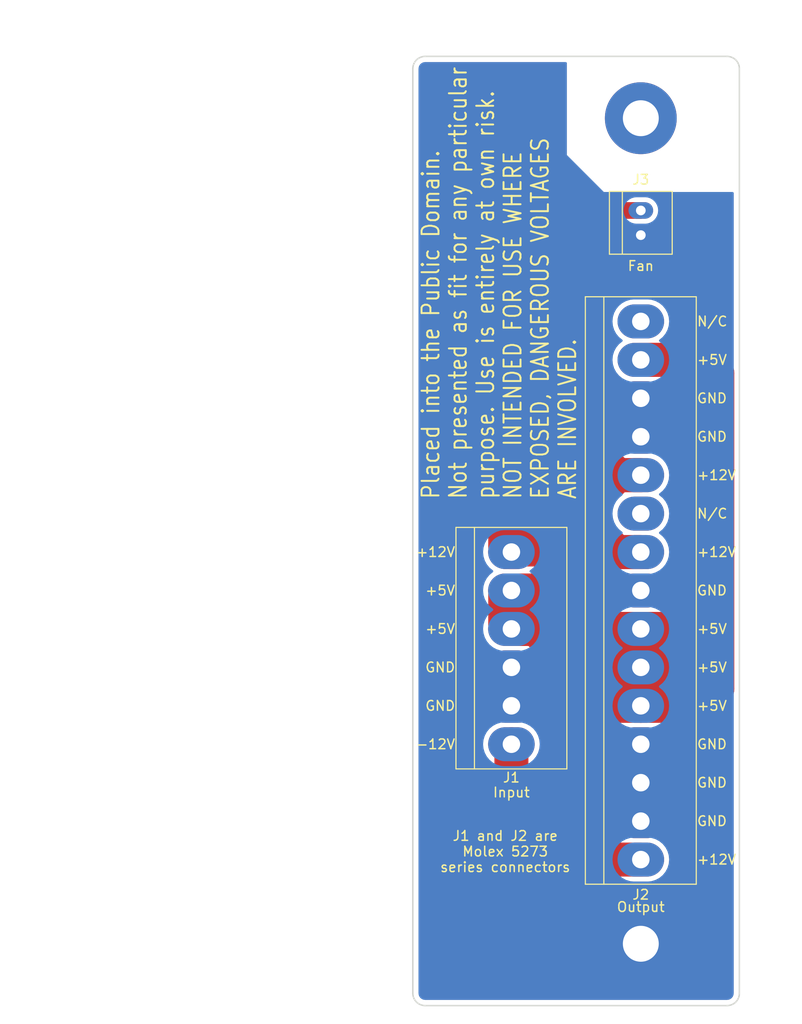
<source format=kicad_pcb>
(kicad_pcb (version 20171130) (host pcbnew "(5.1.9)-1")

  (general
    (thickness 1.6)
    (drawings 33)
    (tracks 91)
    (zones 0)
    (modules 5)
    (nets 8)
  )

  (page A4)
  (layers
    (0 F.Cu signal)
    (31 B.Cu signal)
    (32 B.Adhes user)
    (33 F.Adhes user)
    (34 B.Paste user)
    (35 F.Paste user)
    (36 B.SilkS user)
    (37 F.SilkS user)
    (38 B.Mask user)
    (39 F.Mask user)
    (40 Dwgs.User user)
    (41 Cmts.User user)
    (42 Eco1.User user)
    (43 Eco2.User user)
    (44 Edge.Cuts user)
    (45 Margin user)
    (46 B.CrtYd user)
    (47 F.CrtYd user)
    (48 B.Fab user)
    (49 F.Fab user)
  )

  (setup
    (last_trace_width 3.5)
    (user_trace_width 1.7)
    (user_trace_width 3.5)
    (trace_clearance 0.45)
    (zone_clearance 0.625)
    (zone_45_only no)
    (trace_min 0.35)
    (via_size 1.7)
    (via_drill 1.2)
    (via_min_size 0.6)
    (via_min_drill 0.4)
    (uvia_size 0.3)
    (uvia_drill 0.1)
    (uvias_allowed no)
    (uvia_min_size 0.2)
    (uvia_min_drill 0.1)
    (edge_width 0.15)
    (segment_width 0.15)
    (pcb_text_width 0.3)
    (pcb_text_size 1.5 1.5)
    (mod_edge_width 0.15)
    (mod_text_size 1 1)
    (mod_text_width 0.15)
    (pad_size 4.8 3.5)
    (pad_drill 1.8)
    (pad_to_mask_clearance 0)
    (aux_axis_origin 0 0)
    (grid_origin 169.545 100.965)
    (visible_elements 7FFFFFFF)
    (pcbplotparams
      (layerselection 0x010f0_ffffffff)
      (usegerberextensions true)
      (usegerberattributes true)
      (usegerberadvancedattributes true)
      (creategerberjobfile false)
      (excludeedgelayer true)
      (linewidth 0.100000)
      (plotframeref false)
      (viasonmask false)
      (mode 1)
      (useauxorigin false)
      (hpglpennumber 1)
      (hpglpenspeed 20)
      (hpglpendiameter 15.000000)
      (psnegative false)
      (psa4output false)
      (plotreference true)
      (plotvalue true)
      (plotinvisibletext false)
      (padsonsilk false)
      (subtractmaskfromsilk false)
      (outputformat 1)
      (mirror false)
      (drillshape 0)
      (scaleselection 1)
      (outputdirectory "Gerbers/"))
  )

  (net 0 "")
  (net 1 -12V)
  (net 2 GND)
  (net 3 +5V)
  (net 4 +12V)
  (net 5 "Net-(J2-Pad6)")
  (net 6 "Net-(J2-Pad1)")
  (net 7 "Net-(H1-Pad1)")

  (net_class Default "This is the default net class."
    (clearance 0.45)
    (trace_width 1.7)
    (via_dia 1.7)
    (via_drill 1.2)
    (uvia_dia 0.3)
    (uvia_drill 0.1)
    (diff_pair_width 0.35)
    (diff_pair_gap 0.25)
    (add_net +12V)
    (add_net +5V)
    (add_net -12V)
    (add_net GND)
    (add_net "Net-(H1-Pad1)")
    (add_net "Net-(J2-Pad1)")
    (add_net "Net-(J2-Pad6)")
  )

  (module 00_Custom:FanConnector2Pin (layer F.Cu) (tedit 60973393) (tstamp 60957B2B)
    (at 173.355 64.135)
    (descr "Through hole straight pin header, 1x02, 2.54mm pitch, single row")
    (tags "Through hole pin header THT 1x02 2.54mm single row")
    (path /60962380)
    (fp_text reference J3 (at 0 -3.175) (layer F.SilkS)
      (effects (font (size 1 1) (thickness 0.15)))
    )
    (fp_text value Fan (at 0 4.87) (layer F.Fab)
      (effects (font (size 1 1) (thickness 0.15)))
    )
    (fp_line (start -1.905 -1.905) (end -1.905 4.445) (layer F.SilkS) (width 0.12))
    (fp_line (start -3.235 4.505) (end 3.235 4.505) (layer F.SilkS) (width 0.12))
    (fp_line (start -3.235 4.505) (end -3.235 -1.965) (layer F.SilkS) (width 0.12))
    (fp_line (start 3.705 -2.435) (end -3.705 -2.435) (layer F.CrtYd) (width 0.05))
    (fp_line (start 3.705 4.985) (end 3.705 -2.435) (layer F.CrtYd) (width 0.05))
    (fp_line (start -3.705 4.985) (end 3.705 4.985) (layer F.CrtYd) (width 0.05))
    (fp_line (start -3.705 -2.435) (end -3.705 4.985) (layer F.CrtYd) (width 0.05))
    (fp_line (start -3.235 -1.965) (end 3.235 -1.965) (layer F.SilkS) (width 0.12))
    (fp_line (start 3.235 -1.965) (end 3.235 4.505) (layer F.SilkS) (width 0.12))
    (fp_line (start -1.27 -0.635) (end -0.635 -1.27) (layer F.Fab) (width 0.1))
    (fp_line (start -1.27 3.81) (end -1.27 -0.635) (layer F.Fab) (width 0.1))
    (fp_line (start 1.27 3.81) (end -1.27 3.81) (layer F.Fab) (width 0.1))
    (fp_line (start 1.27 -1.27) (end 1.27 3.81) (layer F.Fab) (width 0.1))
    (fp_line (start -0.635 -1.27) (end 1.27 -1.27) (layer F.Fab) (width 0.1))
    (fp_text user %R (at 0 1.27 90) (layer F.Fab)
      (effects (font (size 1 1) (thickness 0.15)))
    )
    (fp_text user %V (at 0 5.715) (layer F.SilkS)
      (effects (font (size 1 1) (thickness 0.15)))
    )
    (pad 1 thru_hole oval (at 0 0) (size 2.54 1.7) (drill 1) (layers *.Cu *.Mask)
      (net 4 +12V))
    (pad 2 thru_hole oval (at 0 2.54) (size 2.54 1.7) (drill 1) (layers *.Cu *.Mask)
      (net 2 GND))
  )

  (module 00_Custom:Molex5273Header_15 (layer F.Cu) (tedit 6095437B) (tstamp 60957B17)
    (at 173.355 75.565)
    (descr "Through hole straight pin header, 1x15, 2.54mm pitch, single row")
    (tags "Through hole pin header THT 1x15 2.54mm single row")
    (path /6096062D)
    (fp_text reference J2 (at 0 59.055) (layer F.SilkS)
      (effects (font (size 1 1) (thickness 0.15)))
    )
    (fp_text value Output (at 0 60.325) (layer F.Fab)
      (effects (font (size 1 1) (thickness 0.15)))
    )
    (fp_line (start -3.81 -2.54) (end -3.81 57.98) (layer F.SilkS) (width 0.12))
    (fp_line (start -5.715 57.98) (end -5.715 -2.54) (layer F.SilkS) (width 0.12))
    (fp_line (start 5.715 57.98) (end -5.715 57.98) (layer F.SilkS) (width 0.12))
    (fp_line (start 5.715 -2.54) (end 5.715 57.98) (layer F.SilkS) (width 0.12))
    (fp_line (start -5.715 -2.54) (end 5.715 -2.54) (layer F.SilkS) (width 0.12))
    (fp_line (start 6.35 -3.175) (end -6.35 -3.175) (layer F.CrtYd) (width 0.05))
    (fp_line (start 6.35 58.615) (end 6.35 -3.175) (layer F.CrtYd) (width 0.05))
    (fp_line (start -6.35 58.615) (end 6.35 58.615) (layer F.CrtYd) (width 0.05))
    (fp_line (start -6.35 -3.175) (end -6.35 58.615) (layer F.CrtYd) (width 0.05))
    (fp_line (start -1.27 -0.635) (end -0.635 -1.27) (layer F.Fab) (width 0.1))
    (fp_line (start -1.27 36.83) (end -1.27 -0.635) (layer F.Fab) (width 0.1))
    (fp_line (start 1.27 36.83) (end -1.27 36.83) (layer F.Fab) (width 0.1))
    (fp_line (start 1.27 -1.27) (end 1.27 36.83) (layer F.Fab) (width 0.1))
    (fp_line (start -0.635 -1.27) (end 1.27 -1.27) (layer F.Fab) (width 0.1))
    (fp_text user %R (at 0 17.78 90) (layer F.Fab)
      (effects (font (size 1 1) (thickness 0.15)))
    )
    (fp_text user %V (at 0 60.325) (layer F.SilkS)
      (effects (font (size 1 1) (thickness 0.15)))
    )
    (pad 15 thru_hole oval (at 0 55.44) (size 4.8 3.5) (drill 1.8) (layers *.Cu *.Mask)
      (net 1 -12V))
    (pad 14 thru_hole oval (at 0 51.48) (size 4.8 3.5) (drill 1.8) (layers *.Cu *.Mask)
      (net 2 GND))
    (pad 13 thru_hole oval (at 0 47.52) (size 4.8 3.5) (drill 1.8) (layers *.Cu *.Mask)
      (net 2 GND))
    (pad 12 thru_hole oval (at 0 43.56) (size 4.8 3.5) (drill 1.8) (layers *.Cu *.Mask)
      (net 2 GND))
    (pad 11 thru_hole oval (at 0 39.6) (size 4.8 3.5) (drill 1.8) (layers *.Cu *.Mask)
      (net 3 +5V))
    (pad 10 thru_hole oval (at 0 35.64) (size 4.8 3.5) (drill 1.8) (layers *.Cu *.Mask)
      (net 3 +5V))
    (pad 9 thru_hole oval (at 0 31.68) (size 4.8 3.5) (drill 1.8) (layers *.Cu *.Mask)
      (net 3 +5V))
    (pad 8 thru_hole oval (at 0 27.72) (size 4.8 3.5) (drill 1.8) (layers *.Cu *.Mask)
      (net 2 GND))
    (pad 7 thru_hole oval (at 0 23.76) (size 4.8 3.5) (drill 1.8) (layers *.Cu *.Mask)
      (net 4 +12V))
    (pad 6 thru_hole oval (at 0 19.8) (size 4.8 3.5) (drill 1.8) (layers *.Cu *.Mask)
      (net 5 "Net-(J2-Pad6)"))
    (pad 5 thru_hole oval (at 0 15.84) (size 4.8 3.5) (drill 1.8) (layers *.Cu *.Mask)
      (net 4 +12V))
    (pad 4 thru_hole oval (at 0 11.88) (size 4.8 3.5) (drill 1.8) (layers *.Cu *.Mask)
      (net 2 GND))
    (pad 3 thru_hole oval (at 0 7.92) (size 4.8 3.5) (drill 1.8) (layers *.Cu *.Mask)
      (net 2 GND))
    (pad 2 thru_hole oval (at 0 3.96) (size 4.8 3.5) (drill 1.8) (layers *.Cu *.Mask)
      (net 3 +5V))
    (pad 1 thru_hole oval (at 0 0) (size 4.8 3.5) (drill 1.8) (layers *.Cu *.Mask)
      (net 6 "Net-(J2-Pad1)"))
  )

  (module 00_Custom:Molex5273Header_6 (layer F.Cu) (tedit 60954366) (tstamp 60957AF4)
    (at 160.02 99.325)
    (descr "Through hole straight pin header, 1x15, 2.54mm pitch, single row")
    (tags "Through hole pin header THT 1x15 2.54mm single row")
    (path /60962E74)
    (fp_text reference J1 (at 0 23.23) (layer F.SilkS)
      (effects (font (size 1 1) (thickness 0.15)))
    )
    (fp_text value Input (at 0 24.13) (layer F.Fab)
      (effects (font (size 1 1) (thickness 0.15)))
    )
    (fp_line (start -3.81 -2.54) (end -3.81 22.34) (layer F.SilkS) (width 0.12))
    (fp_line (start -5.715 22.34) (end -5.715 -2.54) (layer F.SilkS) (width 0.12))
    (fp_line (start 5.715 22.34) (end -5.715 22.34) (layer F.SilkS) (width 0.12))
    (fp_line (start 5.715 -2.54) (end 5.715 22.34) (layer F.SilkS) (width 0.12))
    (fp_line (start -5.715 -2.54) (end 5.715 -2.54) (layer F.SilkS) (width 0.12))
    (fp_line (start 6.35 -3.175) (end -6.35 -3.175) (layer F.CrtYd) (width 0.05))
    (fp_line (start 6.35 22.975) (end 6.35 -3.175) (layer F.CrtYd) (width 0.05))
    (fp_line (start -6.35 22.975) (end 6.35 22.975) (layer F.CrtYd) (width 0.05))
    (fp_line (start -6.35 -3.175) (end -6.35 22.975) (layer F.CrtYd) (width 0.05))
    (fp_line (start -1.27 -0.635) (end -0.635 -1.27) (layer F.Fab) (width 0.1))
    (fp_line (start -0.635 -1.27) (end 1.27 -1.27) (layer F.Fab) (width 0.1))
    (fp_text user %R (at 0 17.78 90) (layer F.Fab)
      (effects (font (size 1 1) (thickness 0.15)))
    )
    (fp_text user %V (at 0 24.765) (layer F.SilkS)
      (effects (font (size 1 1) (thickness 0.15)))
    )
    (pad 6 thru_hole oval (at 0 19.8) (size 4.8 3.5) (drill 1.8) (layers *.Cu *.Mask)
      (net 1 -12V))
    (pad 5 thru_hole oval (at 0 15.84) (size 4.8 3.5) (drill 1.8) (layers *.Cu *.Mask)
      (net 2 GND))
    (pad 4 thru_hole oval (at 0 11.88) (size 4.8 3.5) (drill 1.8) (layers *.Cu *.Mask)
      (net 2 GND))
    (pad 3 thru_hole oval (at 0 7.92) (size 4.8 3.5) (drill 1.8) (layers *.Cu *.Mask)
      (net 3 +5V))
    (pad 2 thru_hole oval (at 0 3.96) (size 4.8 3.5) (drill 1.8) (layers *.Cu *.Mask)
      (net 3 +5V))
    (pad 1 thru_hole oval (at 0 0) (size 4.8 3.5) (drill 1.8) (layers *.Cu *.Mask)
      (net 4 +12V))
  )

  (module MountingHole:MountingHole_3.7mm_Pad (layer F.Cu) (tedit 56D1B4CB) (tstamp 60957CB2)
    (at 173.355 139.68)
    (descr "Mounting Hole 3.7mm")
    (tags "mounting hole 3.7mm")
    (path /60978589)
    (attr virtual)
    (fp_text reference H2 (at 0 -4.7) (layer F.SilkS) hide
      (effects (font (size 1 1) (thickness 0.15)))
    )
    (fp_text value MountingHole_Pad (at 0 4.7) (layer F.Fab)
      (effects (font (size 1 1) (thickness 0.15)))
    )
    (fp_circle (center 0 0) (end 3.95 0) (layer F.CrtYd) (width 0.05))
    (fp_circle (center 0 0) (end 3.7 0) (layer Cmts.User) (width 0.15))
    (fp_text user %R (at 0.3 0) (layer F.Fab)
      (effects (font (size 1 1) (thickness 0.15)))
    )
    (pad 1 thru_hole circle (at 0 0) (size 7.4 7.4) (drill 3.7) (layers *.Cu *.Mask)
      (net 2 GND))
  )

  (module MountingHole:MountingHole_3.7mm_Pad (layer F.Cu) (tedit 56D1B4CB) (tstamp 60957CAA)
    (at 173.355 54.63)
    (descr "Mounting Hole 3.7mm")
    (tags "mounting hole 3.7mm")
    (path /60977B1F)
    (attr virtual)
    (fp_text reference H1 (at 0 -4.7) (layer F.SilkS) hide
      (effects (font (size 1 1) (thickness 0.15)))
    )
    (fp_text value MountingHole_Pad (at 0 4.7) (layer F.Fab)
      (effects (font (size 1 1) (thickness 0.15)))
    )
    (fp_circle (center 0 0) (end 3.95 0) (layer F.CrtYd) (width 0.05))
    (fp_circle (center 0 0) (end 3.7 0) (layer Cmts.User) (width 0.15))
    (fp_text user %R (at 0.3 0) (layer F.Fab)
      (effects (font (size 1 1) (thickness 0.15)))
    )
    (pad 1 thru_hole circle (at 0 0) (size 7.4 7.4) (drill 3.7) (layers *.Cu *.Mask)
      (net 7 "Net-(H1-Pad1)"))
  )

  (dimension 97.79 (width 0.15) (layer Cmts.User)
    (gr_text "97.790 mm" (at 188.625 97.155 270) (layer Cmts.User)
      (effects (font (size 1 1) (thickness 0.15)))
    )
    (feature1 (pts (xy 183.515 146.05) (xy 187.911421 146.05)))
    (feature2 (pts (xy 183.515 48.26) (xy 187.911421 48.26)))
    (crossbar (pts (xy 187.325 48.26) (xy 187.325 146.05)))
    (arrow1a (pts (xy 187.325 146.05) (xy 186.738579 144.923496)))
    (arrow1b (pts (xy 187.325 146.05) (xy 187.911421 144.923496)))
    (arrow2a (pts (xy 187.325 48.26) (xy 186.738579 49.386504)))
    (arrow2b (pts (xy 187.325 48.26) (xy 187.911421 49.386504)))
  )
  (dimension 33.655 (width 0.15) (layer Cmts.User)
    (gr_text "33.655 mm" (at 166.6875 43.15) (layer Cmts.User)
      (effects (font (size 1 1) (thickness 0.15)))
    )
    (feature1 (pts (xy 183.515 48.26) (xy 183.515 43.863579)))
    (feature2 (pts (xy 149.86 48.26) (xy 149.86 43.863579)))
    (crossbar (pts (xy 149.86 44.45) (xy 183.515 44.45)))
    (arrow1a (pts (xy 183.515 44.45) (xy 182.388496 45.036421)))
    (arrow1b (pts (xy 183.515 44.45) (xy 182.388496 43.863579)))
    (arrow2a (pts (xy 149.86 44.45) (xy 150.986504 45.036421)))
    (arrow2b (pts (xy 149.86 44.45) (xy 150.986504 43.863579)))
  )
  (gr_text "J1 and J2 are\nMolex 5273\nseries connectors" (at 159.385 130.175) (layer F.SilkS)
    (effects (font (size 1 1) (thickness 0.15)))
  )
  (gr_text "Placed into the Public Domain. \nNot presented as fit for any particular\npurpose. Use is entirely at own risk. \nNOT INTENDED FOR USE WHERE\nEXPOSED, DANGEROUS VOLTAGES\nARE INVOLVED." (at 158.75 93.98 90) (layer F.SilkS)
    (effects (font (size 1.75 1.5) (thickness 0.2)) (justify left))
  )
  (gr_text N/C (at 179.07 75.565) (layer F.SilkS) (tstamp 6095AA21)
    (effects (font (size 1 1) (thickness 0.15)) (justify left))
  )
  (gr_text N/C (at 179.07 95.365) (layer F.SilkS) (tstamp 6095AA1E)
    (effects (font (size 1 1) (thickness 0.15)) (justify left))
  )
  (gr_text +12V (at 179.07 91.405) (layer F.SilkS) (tstamp 6095AA1C)
    (effects (font (size 1 1) (thickness 0.15)) (justify left))
  )
  (gr_text +12V (at 179.07 99.325) (layer F.SilkS) (tstamp 6095AA19)
    (effects (font (size 1 1) (thickness 0.15)) (justify left))
  )
  (gr_text +5V (at 179.07 79.525) (layer F.SilkS) (tstamp 6095AA17)
    (effects (font (size 1 1) (thickness 0.15)) (justify left))
  )
  (gr_text +5V (at 179.07 107.245) (layer F.SilkS) (tstamp 6095AA15)
    (effects (font (size 1 1) (thickness 0.15)) (justify left))
  )
  (gr_text +5V (at 179.07 111.205) (layer F.SilkS) (tstamp 6095AA13)
    (effects (font (size 1 1) (thickness 0.15)) (justify left))
  )
  (gr_text +5V (at 179.07 115.165) (layer F.SilkS) (tstamp 6095AA10)
    (effects (font (size 1 1) (thickness 0.15)) (justify left))
  )
  (gr_text GND (at 179.07 83.485) (layer F.SilkS) (tstamp 6095AA0E)
    (effects (font (size 1 1) (thickness 0.15)) (justify left))
  )
  (gr_text GND (at 179.07 87.445) (layer F.SilkS) (tstamp 6095AA0C)
    (effects (font (size 1 1) (thickness 0.15)) (justify left))
  )
  (gr_text GND (at 179.07 103.285) (layer F.SilkS) (tstamp 6095AA0A)
    (effects (font (size 1 1) (thickness 0.15)) (justify left))
  )
  (gr_text GND (at 179.07 119.125) (layer F.SilkS) (tstamp 6095AA08)
    (effects (font (size 1 1) (thickness 0.15)) (justify left))
  )
  (gr_text GND (at 179.07 123.085) (layer F.SilkS) (tstamp 6095AA06)
    (effects (font (size 1 1) (thickness 0.15)) (justify left))
  )
  (gr_text GND (at 179.07 127.045) (layer F.SilkS) (tstamp 6095AA03)
    (effects (font (size 1 1) (thickness 0.15)) (justify left))
  )
  (gr_text +12V (at 179.07 131.005) (layer F.SilkS)
    (effects (font (size 1 1) (thickness 0.15)) (justify left))
  )
  (gr_text +12V (at 154.305 99.325) (layer F.SilkS) (tstamp 6095430F)
    (effects (font (size 1 1) (thickness 0.15)) (justify right))
  )
  (gr_text +5V (at 154.305 103.285) (layer F.SilkS) (tstamp 60954166)
    (effects (font (size 1 1) (thickness 0.15)) (justify right))
  )
  (gr_text +5V (at 154.305 107.245) (layer F.SilkS) (tstamp 60954163)
    (effects (font (size 1 1) (thickness 0.15)) (justify right))
  )
  (gr_text GND (at 154.305 111.205) (layer F.SilkS) (tstamp 60954161)
    (effects (font (size 1 1) (thickness 0.15)) (justify right))
  )
  (gr_text GND (at 154.305 115.165) (layer F.SilkS)
    (effects (font (size 1 1) (thickness 0.15)) (justify right))
  )
  (gr_text -12V (at 154.305 119.125) (layer F.SilkS)
    (effects (font (size 1 1) (thickness 0.15)) (justify right))
  )
  (gr_line (start 149.86 144.78) (end 149.86 49.53) (layer Edge.Cuts) (width 0.15) (tstamp 609540D6))
  (gr_line (start 183.515 49.53) (end 183.515 144.78) (layer Edge.Cuts) (width 0.15) (tstamp 609540D5))
  (gr_line (start 182.245 48.26) (end 151.13 48.26) (layer Edge.Cuts) (width 0.15) (tstamp 609540D1))
  (gr_line (start 151.13 146.05) (end 182.245 146.05) (layer Edge.Cuts) (width 0.15) (tstamp 6095406C))
  (gr_arc (start 151.13 144.78) (end 149.86 144.78) (angle -90) (layer Edge.Cuts) (width 0.15))
  (gr_arc (start 182.245 144.78) (end 182.245 146.05) (angle -90) (layer Edge.Cuts) (width 0.15))
  (gr_arc (start 182.245 49.53) (end 183.515 49.53) (angle -90) (layer Edge.Cuts) (width 0.15))
  (gr_arc (start 151.13 49.53) (end 151.13 48.26) (angle -90) (layer Edge.Cuts) (width 0.15))

  (segment (start 168.7875 131.005) (end 173.355 131.005) (width 3.5) (layer F.Cu) (net 1))
  (segment (start 160.02 122.2375) (end 168.7875 131.005) (width 3.5) (layer F.Cu) (net 1))
  (segment (start 160.02 119.125) (end 160.02 122.2375) (width 3.5) (layer F.Cu) (net 1))
  (segment (start 173.355 79.525) (end 175.829873 79.525) (width 3.5) (layer F.Cu) (net 3))
  (segment (start 179.855 79.525) (end 173.355 79.525) (width 3.5) (layer F.Cu) (net 3))
  (segment (start 180.34 80.01) (end 179.855 79.525) (width 3.5) (layer F.Cu) (net 3))
  (segment (start 180.34 106.68) (end 180.34 80.01) (width 3.5) (layer F.Cu) (net 3))
  (segment (start 179.705 107.315) (end 180.34 106.68) (width 3.5) (layer F.Cu) (net 3))
  (segment (start 173.355 107.245) (end 179.705 107.315) (width 3.5) (layer F.Cu) (net 3))
  (segment (start 173.355 107.245) (end 173.355 111.205) (width 3.5) (layer F.Cu) (net 3))
  (segment (start 173.355 111.205) (end 173.355 115.165) (width 3.5) (layer F.Cu) (net 3))
  (segment (start 173.355 115.165) (end 179.475 115.165) (width 3.5) (layer F.Cu) (net 3))
  (segment (start 179.475 115.165) (end 180.34 114.3) (width 3.5) (layer F.Cu) (net 3))
  (segment (start 179.785 111.205) (end 180.34 111.76) (width 3.5) (layer F.Cu) (net 3))
  (segment (start 173.355 111.205) (end 179.785 111.205) (width 3.5) (layer F.Cu) (net 3))
  (segment (start 180.34 111.76) (end 180.34 106.68) (width 3.5) (layer F.Cu) (net 3))
  (segment (start 180.34 114.3) (end 180.34 111.76) (width 3.5) (layer F.Cu) (net 3))
  (segment (start 173.355 107.245) (end 177.315 111.205) (width 3.5) (layer F.Cu) (net 3))
  (segment (start 177.315 111.205) (end 179.785 111.205) (width 3.5) (layer F.Cu) (net 3))
  (segment (start 173.355 115.165) (end 177.315 111.205) (width 3.5) (layer F.Cu) (net 3))
  (segment (start 180.34 114.23) (end 177.315 111.205) (width 3.5) (layer F.Cu) (net 3))
  (segment (start 180.34 114.3) (end 180.34 114.23) (width 3.5) (layer F.Cu) (net 3))
  (segment (start 180.34 108.18) (end 177.315 111.205) (width 3.5) (layer F.Cu) (net 3))
  (segment (start 180.34 106.68) (end 180.34 108.18) (width 3.5) (layer F.Cu) (net 3))
  (segment (start 160.02 107.245) (end 163.125 107.245) (width 3.5) (layer F.Cu) (net 3))
  (segment (start 162.49 107.245) (end 160.02 107.245) (width 3.5) (layer F.Cu) (net 3))
  (segment (start 170.41 115.165) (end 162.49 107.245) (width 3.5) (layer F.Cu) (net 3))
  (segment (start 173.355 115.165) (end 170.41 115.165) (width 3.5) (layer F.Cu) (net 3))
  (segment (start 170.55 107.245) (end 173.355 107.245) (width 3.5) (layer F.Cu) (net 3))
  (segment (start 166.59 103.285) (end 170.55 107.245) (width 3.5) (layer F.Cu) (net 3))
  (segment (start 160.02 103.285) (end 166.59 103.285) (width 3.5) (layer F.Cu) (net 3))
  (segment (start 159.605 106.83) (end 160.02 107.245) (width 3.5) (layer F.Cu) (net 3))
  (segment (start 159.385 103.285) (end 159.385 106.83) (width 3.5) (layer F.Cu) (net 3))
  (segment (start 160.02 103.285) (end 159.605 103.285) (width 3.5) (layer F.Cu) (net 3))
  (segment (start 160.02 107.245) (end 161.855 105.41) (width 3.5) (layer F.Cu) (net 3))
  (segment (start 161.855 105.41) (end 165.735 105.41) (width 3.5) (layer F.Cu) (net 3))
  (segment (start 172.165 111.205) (end 168.205 107.245) (width 3.5) (layer F.Cu) (net 3))
  (segment (start 168.205 107.245) (end 173.355 107.245) (width 3.5) (layer F.Cu) (net 3))
  (segment (start 173.355 111.205) (end 172.165 111.205) (width 3.5) (layer F.Cu) (net 3))
  (segment (start 163.125 107.245) (end 168.205 107.245) (width 3.5) (layer F.Cu) (net 3))
  (segment (start 173.355 115.165) (end 173.355 114.935) (width 3.5) (layer F.Cu) (net 3))
  (segment (start 173.355 114.935) (end 167.64 109.22) (width 3.5) (layer F.Cu) (net 3))
  (segment (start 176.6 107.245) (end 180.34 103.505) (width 3.5) (layer F.Cu) (net 3))
  (segment (start 173.355 107.245) (end 176.6 107.245) (width 3.5) (layer F.Cu) (net 3))
  (segment (start 178.7525 105.0925) (end 178.6025 81.7475) (width 3.5) (layer F.Cu) (net 3))
  (segment (start 180.34 83.185) (end 180.34 85.09) (width 3.5) (layer F.Cu) (net 3))
  (segment (start 176.68 79.525) (end 180.34 83.185) (width 3.5) (layer F.Cu) (net 3))
  (segment (start 173.355 79.525) (end 176.68 79.525) (width 3.5) (layer F.Cu) (net 3))
  (segment (start 180.34 80.01) (end 181.23999 80.90999) (width 3.5) (layer F.Cu) (net 3))
  (segment (start 181.23999 113.40001) (end 179.475 115.165) (width 3.5) (layer F.Cu) (net 3))
  (segment (start 181.23999 80.90999) (end 181.23999 113.40001) (width 3.5) (layer F.Cu) (net 3))
  (segment (start 167.64 64.135) (end 173.355 64.135) (width 1.7) (layer F.Cu) (net 4))
  (segment (start 173.355 91.405) (end 170.98 91.405) (width 3.5) (layer F.Cu) (net 4))
  (segment (start 167.64 88.065) (end 167.64 64.135) (width 3.5) (layer F.Cu) (net 4))
  (segment (start 170.98 91.405) (end 167.64 88.065) (width 3.5) (layer F.Cu) (net 4))
  (segment (start 168.275 97.79) (end 168.275 94.11) (width 3.5) (layer F.Cu) (net 4))
  (segment (start 166.435 95.95) (end 168.6575 93.7275) (width 3.5) (layer F.Cu) (net 4))
  (segment (start 168.275 94.11) (end 168.6575 93.7275) (width 3.5) (layer F.Cu) (net 4))
  (segment (start 168.6575 93.7275) (end 170.98 91.405) (width 3.5) (layer F.Cu) (net 4))
  (segment (start 166.435 95.95) (end 168.275 97.79) (width 3.5) (layer F.Cu) (net 4))
  (segment (start 168.6575 97.102373) (end 168.6575 93.7275) (width 3.5) (layer F.Cu) (net 4))
  (segment (start 170.880127 99.325) (end 168.6575 97.102373) (width 3.5) (layer F.Cu) (net 4))
  (segment (start 173.355 99.325) (end 170.880127 99.325) (width 3.5) (layer F.Cu) (net 4))
  (segment (start 165.735 95.25) (end 166.435 95.95) (width 3.5) (layer F.Cu) (net 4))
  (segment (start 163.195 64.135) (end 167.64 64.135) (width 3.5) (layer F.Cu) (net 4))
  (segment (start 163.195 64.135) (end 163.195 96.52) (width 3.5) (layer F.Cu) (net 4))
  (segment (start 163.195 64.77) (end 163.195 64.135) (width 3.5) (layer F.Cu) (net 4))
  (segment (start 166.3 91.405) (end 166 91.705) (width 3.5) (layer F.Cu) (net 4))
  (segment (start 173.355 91.405) (end 166.3 91.405) (width 3.5) (layer F.Cu) (net 4))
  (segment (start 173.355 64.135) (end 170.18 64.135) (width 1.7) (layer F.Cu) (net 4))
  (segment (start 166 68.315) (end 166 79.005) (width 1.7) (layer F.Cu) (net 4))
  (segment (start 170.18 64.135) (end 166 68.315) (width 1.7) (layer F.Cu) (net 4))
  (segment (start 166 79.005) (end 166 67.575) (width 3.5) (layer F.Cu) (net 4))
  (segment (start 166 91.705) (end 166 79.005) (width 3.5) (layer F.Cu) (net 4))
  (segment (start 159.385 67.945) (end 163.195 64.135) (width 3.5) (layer F.Cu) (net 4))
  (segment (start 159.385 98.69) (end 159.385 67.945) (width 3.5) (layer F.Cu) (net 4))
  (segment (start 160.02 99.325) (end 159.385 98.69) (width 3.5) (layer F.Cu) (net 4))
  (segment (start 160.02 69.85) (end 164.1475 65.7225) (width 3.5) (layer F.Cu) (net 4))
  (segment (start 164.1475 65.7225) (end 163.195 64.77) (width 3.5) (layer F.Cu) (net 4))
  (segment (start 160.02 99.325) (end 160.02 69.85) (width 3.5) (layer F.Cu) (net 4))
  (segment (start 166 67.575) (end 164.1475 65.7225) (width 3.5) (layer F.Cu) (net 4))
  (segment (start 160.39 99.325) (end 160.02 99.325) (width 3.5) (layer F.Cu) (net 4))
  (segment (start 163.195 96.52) (end 160.39 99.325) (width 3.5) (layer F.Cu) (net 4))
  (segment (start 162.2425 97.4725) (end 163.195 96.52) (width 3.5) (layer F.Cu) (net 4))
  (segment (start 162.612627 97.102373) (end 162.2425 97.4725) (width 3.5) (layer F.Cu) (net 4))
  (segment (start 165.1 92.605) (end 166 91.705) (width 3.5) (layer F.Cu) (net 4))
  (segment (start 165.1 99.06) (end 165.1 92.605) (width 3.5) (layer F.Cu) (net 4))
  (segment (start 168.6575 99.06) (end 165.1 99.06) (width 3.5) (layer F.Cu) (net 4))
  (segment (start 165.1 99.06) (end 160.612627 99.06) (width 3.5) (layer F.Cu) (net 4))
  (segment (start 168.9225 99.325) (end 173.355 99.325) (width 3.5) (layer F.Cu) (net 4))
  (segment (start 168.6575 99.06) (end 168.9225 99.325) (width 3.5) (layer F.Cu) (net 4))

  (zone (net 2) (net_name GND) (layer B.Cu) (tstamp 6095A490) (hatch edge 0.508)
    (connect_pads yes (clearance 0.508))
    (min_thickness 0.254)
    (fill yes (arc_segments 32) (thermal_gap 0.508) (thermal_bridge_width 0.508))
    (polygon
      (pts
        (xy 185.42 147.955) (xy 107.315 147.955) (xy 107.315 46.355) (xy 186.055 46.355)
      )
    )
    (filled_polygon
      (pts
        (xy 165.608 58.42) (xy 165.61044 58.444776) (xy 165.617667 58.468601) (xy 165.629403 58.490557) (xy 165.645197 58.509803)
        (xy 169.455197 62.319803) (xy 169.474443 62.335597) (xy 169.496399 62.347333) (xy 169.520224 62.35456) (xy 169.545 62.357)
        (xy 182.805 62.357) (xy 182.805001 144.745269) (xy 182.790995 144.888109) (xy 182.759599 144.992099) (xy 182.708601 145.088013)
        (xy 182.639941 145.172199) (xy 182.556243 145.241439) (xy 182.460689 145.293105) (xy 182.356922 145.325227) (xy 182.216359 145.34)
        (xy 151.16472 145.34) (xy 151.021891 145.325995) (xy 150.917901 145.294599) (xy 150.821987 145.243601) (xy 150.737801 145.174941)
        (xy 150.668561 145.091243) (xy 150.616895 144.995689) (xy 150.584773 144.891922) (xy 150.57 144.751359) (xy 150.57 131.005)
        (xy 170.308461 131.005) (xy 170.35451 131.472542) (xy 170.490887 131.922116) (xy 170.712351 132.336446) (xy 171.010391 132.699609)
        (xy 171.373554 132.997649) (xy 171.787884 133.219113) (xy 172.237458 133.35549) (xy 172.587843 133.39) (xy 174.122157 133.39)
        (xy 174.472542 133.35549) (xy 174.922116 133.219113) (xy 175.336446 132.997649) (xy 175.699609 132.699609) (xy 175.997649 132.336446)
        (xy 176.219113 131.922116) (xy 176.35549 131.472542) (xy 176.401539 131.005) (xy 176.35549 130.537458) (xy 176.219113 130.087884)
        (xy 175.997649 129.673554) (xy 175.699609 129.310391) (xy 175.336446 129.012351) (xy 174.922116 128.790887) (xy 174.472542 128.65451)
        (xy 174.122157 128.62) (xy 172.587843 128.62) (xy 172.237458 128.65451) (xy 171.787884 128.790887) (xy 171.373554 129.012351)
        (xy 171.010391 129.310391) (xy 170.712351 129.673554) (xy 170.490887 130.087884) (xy 170.35451 130.537458) (xy 170.308461 131.005)
        (xy 150.57 131.005) (xy 150.57 119.125) (xy 156.973461 119.125) (xy 157.01951 119.592542) (xy 157.155887 120.042116)
        (xy 157.377351 120.456446) (xy 157.675391 120.819609) (xy 158.038554 121.117649) (xy 158.452884 121.339113) (xy 158.902458 121.47549)
        (xy 159.252843 121.51) (xy 160.787157 121.51) (xy 161.137542 121.47549) (xy 161.587116 121.339113) (xy 162.001446 121.117649)
        (xy 162.364609 120.819609) (xy 162.662649 120.456446) (xy 162.884113 120.042116) (xy 163.02049 119.592542) (xy 163.066539 119.125)
        (xy 163.02049 118.657458) (xy 162.884113 118.207884) (xy 162.662649 117.793554) (xy 162.364609 117.430391) (xy 162.001446 117.132351)
        (xy 161.587116 116.910887) (xy 161.137542 116.77451) (xy 160.787157 116.74) (xy 159.252843 116.74) (xy 158.902458 116.77451)
        (xy 158.452884 116.910887) (xy 158.038554 117.132351) (xy 157.675391 117.430391) (xy 157.377351 117.793554) (xy 157.155887 118.207884)
        (xy 157.01951 118.657458) (xy 156.973461 119.125) (xy 150.57 119.125) (xy 150.57 99.325) (xy 156.973461 99.325)
        (xy 157.01951 99.792542) (xy 157.155887 100.242116) (xy 157.377351 100.656446) (xy 157.675391 101.019609) (xy 158.023141 101.305)
        (xy 157.675391 101.590391) (xy 157.377351 101.953554) (xy 157.155887 102.367884) (xy 157.01951 102.817458) (xy 156.973461 103.285)
        (xy 157.01951 103.752542) (xy 157.155887 104.202116) (xy 157.377351 104.616446) (xy 157.675391 104.979609) (xy 158.023141 105.265)
        (xy 157.675391 105.550391) (xy 157.377351 105.913554) (xy 157.155887 106.327884) (xy 157.01951 106.777458) (xy 156.973461 107.245)
        (xy 157.01951 107.712542) (xy 157.155887 108.162116) (xy 157.377351 108.576446) (xy 157.675391 108.939609) (xy 158.038554 109.237649)
        (xy 158.452884 109.459113) (xy 158.902458 109.59549) (xy 159.252843 109.63) (xy 160.787157 109.63) (xy 161.137542 109.59549)
        (xy 161.587116 109.459113) (xy 162.001446 109.237649) (xy 162.364609 108.939609) (xy 162.662649 108.576446) (xy 162.884113 108.162116)
        (xy 163.02049 107.712542) (xy 163.066539 107.245) (xy 170.308461 107.245) (xy 170.35451 107.712542) (xy 170.490887 108.162116)
        (xy 170.712351 108.576446) (xy 171.010391 108.939609) (xy 171.358141 109.225) (xy 171.010391 109.510391) (xy 170.712351 109.873554)
        (xy 170.490887 110.287884) (xy 170.35451 110.737458) (xy 170.308461 111.205) (xy 170.35451 111.672542) (xy 170.490887 112.122116)
        (xy 170.712351 112.536446) (xy 171.010391 112.899609) (xy 171.358141 113.185) (xy 171.010391 113.470391) (xy 170.712351 113.833554)
        (xy 170.490887 114.247884) (xy 170.35451 114.697458) (xy 170.308461 115.165) (xy 170.35451 115.632542) (xy 170.490887 116.082116)
        (xy 170.712351 116.496446) (xy 171.010391 116.859609) (xy 171.373554 117.157649) (xy 171.787884 117.379113) (xy 172.237458 117.51549)
        (xy 172.587843 117.55) (xy 174.122157 117.55) (xy 174.472542 117.51549) (xy 174.922116 117.379113) (xy 175.336446 117.157649)
        (xy 175.699609 116.859609) (xy 175.997649 116.496446) (xy 176.219113 116.082116) (xy 176.35549 115.632542) (xy 176.401539 115.165)
        (xy 176.35549 114.697458) (xy 176.219113 114.247884) (xy 175.997649 113.833554) (xy 175.699609 113.470391) (xy 175.351859 113.185)
        (xy 175.699609 112.899609) (xy 175.997649 112.536446) (xy 176.219113 112.122116) (xy 176.35549 111.672542) (xy 176.401539 111.205)
        (xy 176.35549 110.737458) (xy 176.219113 110.287884) (xy 175.997649 109.873554) (xy 175.699609 109.510391) (xy 175.351859 109.225)
        (xy 175.699609 108.939609) (xy 175.997649 108.576446) (xy 176.219113 108.162116) (xy 176.35549 107.712542) (xy 176.401539 107.245)
        (xy 176.35549 106.777458) (xy 176.219113 106.327884) (xy 175.997649 105.913554) (xy 175.699609 105.550391) (xy 175.336446 105.252351)
        (xy 174.922116 105.030887) (xy 174.472542 104.89451) (xy 174.122157 104.86) (xy 172.587843 104.86) (xy 172.237458 104.89451)
        (xy 171.787884 105.030887) (xy 171.373554 105.252351) (xy 171.010391 105.550391) (xy 170.712351 105.913554) (xy 170.490887 106.327884)
        (xy 170.35451 106.777458) (xy 170.308461 107.245) (xy 163.066539 107.245) (xy 163.02049 106.777458) (xy 162.884113 106.327884)
        (xy 162.662649 105.913554) (xy 162.364609 105.550391) (xy 162.016859 105.265) (xy 162.364609 104.979609) (xy 162.662649 104.616446)
        (xy 162.884113 104.202116) (xy 163.02049 103.752542) (xy 163.066539 103.285) (xy 163.02049 102.817458) (xy 162.884113 102.367884)
        (xy 162.662649 101.953554) (xy 162.364609 101.590391) (xy 162.016859 101.305) (xy 162.364609 101.019609) (xy 162.662649 100.656446)
        (xy 162.884113 100.242116) (xy 163.02049 99.792542) (xy 163.066539 99.325) (xy 163.02049 98.857458) (xy 162.884113 98.407884)
        (xy 162.662649 97.993554) (xy 162.364609 97.630391) (xy 162.001446 97.332351) (xy 161.587116 97.110887) (xy 161.137542 96.97451)
        (xy 160.787157 96.94) (xy 159.252843 96.94) (xy 158.902458 96.97451) (xy 158.452884 97.110887) (xy 158.038554 97.332351)
        (xy 157.675391 97.630391) (xy 157.377351 97.993554) (xy 157.155887 98.407884) (xy 157.01951 98.857458) (xy 156.973461 99.325)
        (xy 150.57 99.325) (xy 150.57 91.405) (xy 170.308461 91.405) (xy 170.35451 91.872542) (xy 170.490887 92.322116)
        (xy 170.712351 92.736446) (xy 171.010391 93.099609) (xy 171.358141 93.385) (xy 171.010391 93.670391) (xy 170.712351 94.033554)
        (xy 170.490887 94.447884) (xy 170.35451 94.897458) (xy 170.308461 95.365) (xy 170.35451 95.832542) (xy 170.490887 96.282116)
        (xy 170.712351 96.696446) (xy 171.010391 97.059609) (xy 171.358141 97.345) (xy 171.010391 97.630391) (xy 170.712351 97.993554)
        (xy 170.490887 98.407884) (xy 170.35451 98.857458) (xy 170.308461 99.325) (xy 170.35451 99.792542) (xy 170.490887 100.242116)
        (xy 170.712351 100.656446) (xy 171.010391 101.019609) (xy 171.373554 101.317649) (xy 171.787884 101.539113) (xy 172.237458 101.67549)
        (xy 172.587843 101.71) (xy 174.122157 101.71) (xy 174.472542 101.67549) (xy 174.922116 101.539113) (xy 175.336446 101.317649)
        (xy 175.699609 101.019609) (xy 175.997649 100.656446) (xy 176.219113 100.242116) (xy 176.35549 99.792542) (xy 176.401539 99.325)
        (xy 176.35549 98.857458) (xy 176.219113 98.407884) (xy 175.997649 97.993554) (xy 175.699609 97.630391) (xy 175.351859 97.345)
        (xy 175.699609 97.059609) (xy 175.997649 96.696446) (xy 176.219113 96.282116) (xy 176.35549 95.832542) (xy 176.401539 95.365)
        (xy 176.35549 94.897458) (xy 176.219113 94.447884) (xy 175.997649 94.033554) (xy 175.699609 93.670391) (xy 175.351859 93.385)
        (xy 175.699609 93.099609) (xy 175.997649 92.736446) (xy 176.219113 92.322116) (xy 176.35549 91.872542) (xy 176.401539 91.405)
        (xy 176.35549 90.937458) (xy 176.219113 90.487884) (xy 175.997649 90.073554) (xy 175.699609 89.710391) (xy 175.336446 89.412351)
        (xy 174.922116 89.190887) (xy 174.472542 89.05451) (xy 174.122157 89.02) (xy 172.587843 89.02) (xy 172.237458 89.05451)
        (xy 171.787884 89.190887) (xy 171.373554 89.412351) (xy 171.010391 89.710391) (xy 170.712351 90.073554) (xy 170.490887 90.487884)
        (xy 170.35451 90.937458) (xy 170.308461 91.405) (xy 150.57 91.405) (xy 150.57 75.565) (xy 170.308461 75.565)
        (xy 170.35451 76.032542) (xy 170.490887 76.482116) (xy 170.712351 76.896446) (xy 171.010391 77.259609) (xy 171.358141 77.545)
        (xy 171.010391 77.830391) (xy 170.712351 78.193554) (xy 170.490887 78.607884) (xy 170.35451 79.057458) (xy 170.308461 79.525)
        (xy 170.35451 79.992542) (xy 170.490887 80.442116) (xy 170.712351 80.856446) (xy 171.010391 81.219609) (xy 171.373554 81.517649)
        (xy 171.787884 81.739113) (xy 172.237458 81.87549) (xy 172.587843 81.91) (xy 174.122157 81.91) (xy 174.472542 81.87549)
        (xy 174.922116 81.739113) (xy 175.336446 81.517649) (xy 175.699609 81.219609) (xy 175.997649 80.856446) (xy 176.219113 80.442116)
        (xy 176.35549 79.992542) (xy 176.401539 79.525) (xy 176.35549 79.057458) (xy 176.219113 78.607884) (xy 175.997649 78.193554)
        (xy 175.699609 77.830391) (xy 175.351859 77.545) (xy 175.699609 77.259609) (xy 175.997649 76.896446) (xy 176.219113 76.482116)
        (xy 176.35549 76.032542) (xy 176.401539 75.565) (xy 176.35549 75.097458) (xy 176.219113 74.647884) (xy 175.997649 74.233554)
        (xy 175.699609 73.870391) (xy 175.336446 73.572351) (xy 174.922116 73.350887) (xy 174.472542 73.21451) (xy 174.122157 73.18)
        (xy 172.587843 73.18) (xy 172.237458 73.21451) (xy 171.787884 73.350887) (xy 171.373554 73.572351) (xy 171.010391 73.870391)
        (xy 170.712351 74.233554) (xy 170.490887 74.647884) (xy 170.35451 75.097458) (xy 170.308461 75.565) (xy 150.57 75.565)
        (xy 150.57 64.135) (xy 171.442815 64.135) (xy 171.471487 64.426111) (xy 171.556401 64.706034) (xy 171.694294 64.964014)
        (xy 171.879866 65.190134) (xy 172.105986 65.375706) (xy 172.363966 65.513599) (xy 172.643889 65.598513) (xy 172.86205 65.62)
        (xy 173.84795 65.62) (xy 174.066111 65.598513) (xy 174.346034 65.513599) (xy 174.604014 65.375706) (xy 174.830134 65.190134)
        (xy 175.015706 64.964014) (xy 175.153599 64.706034) (xy 175.238513 64.426111) (xy 175.267185 64.135) (xy 175.238513 63.843889)
        (xy 175.153599 63.563966) (xy 175.015706 63.305986) (xy 174.830134 63.079866) (xy 174.604014 62.894294) (xy 174.346034 62.756401)
        (xy 174.066111 62.671487) (xy 173.84795 62.65) (xy 172.86205 62.65) (xy 172.643889 62.671487) (xy 172.363966 62.756401)
        (xy 172.105986 62.894294) (xy 171.879866 63.079866) (xy 171.694294 63.305986) (xy 171.556401 63.563966) (xy 171.471487 63.843889)
        (xy 171.442815 64.135) (xy 150.57 64.135) (xy 150.57 49.56472) (xy 150.584005 49.421891) (xy 150.615402 49.317899)
        (xy 150.666399 49.221986) (xy 150.735055 49.137806) (xy 150.818758 49.06856) (xy 150.914311 49.016895) (xy 151.018078 48.984773)
        (xy 151.158641 48.97) (xy 165.608 48.97)
      )
    )
  )
  (zone (net 0) (net_name "") (layer B.Cu) (tstamp 0) (hatch edge 0.508)
    (connect_pads (clearance 0.625))
    (min_thickness 0.254)
    (keepout (tracks allowed) (vias allowed) (copperpour not_allowed))
    (fill (arc_segments 32) (thermal_gap 0.508) (thermal_bridge_width 0.508))
    (polygon
      (pts
        (xy 186.055 62.23) (xy 169.545 62.23) (xy 165.735 58.42) (xy 165.735 46.355) (xy 186.055 46.355)
      )
    )
  )
)

</source>
